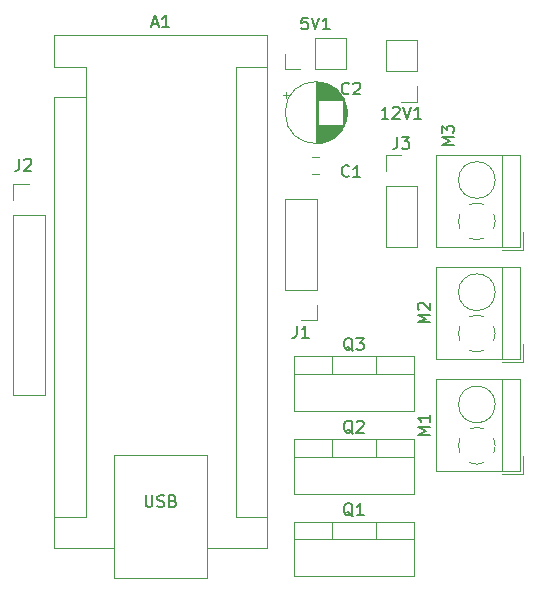
<source format=gbr>
%TF.GenerationSoftware,KiCad,Pcbnew,8.0.2*%
%TF.CreationDate,2025-02-28T20:58:28+01:00*%
%TF.ProjectId,K-Pillar,4b2d5069-6c6c-4617-922e-6b696361645f,rev?*%
%TF.SameCoordinates,Original*%
%TF.FileFunction,Legend,Top*%
%TF.FilePolarity,Positive*%
%FSLAX46Y46*%
G04 Gerber Fmt 4.6, Leading zero omitted, Abs format (unit mm)*
G04 Created by KiCad (PCBNEW 8.0.2) date 2025-02-28 20:58:28*
%MOMM*%
%LPD*%
G01*
G04 APERTURE LIST*
%ADD10C,0.150000*%
%ADD11C,0.120000*%
G04 APERTURE END LIST*
D10*
X50666666Y-46584819D02*
X50666666Y-47299104D01*
X50666666Y-47299104D02*
X50619047Y-47441961D01*
X50619047Y-47441961D02*
X50523809Y-47537200D01*
X50523809Y-47537200D02*
X50380952Y-47584819D01*
X50380952Y-47584819D02*
X50285714Y-47584819D01*
X51666666Y-47584819D02*
X51095238Y-47584819D01*
X51380952Y-47584819D02*
X51380952Y-46584819D01*
X51380952Y-46584819D02*
X51285714Y-46727676D01*
X51285714Y-46727676D02*
X51190476Y-46822914D01*
X51190476Y-46822914D02*
X51095238Y-46870533D01*
X27166666Y-32454819D02*
X27166666Y-33169104D01*
X27166666Y-33169104D02*
X27119047Y-33311961D01*
X27119047Y-33311961D02*
X27023809Y-33407200D01*
X27023809Y-33407200D02*
X26880952Y-33454819D01*
X26880952Y-33454819D02*
X26785714Y-33454819D01*
X27595238Y-32550057D02*
X27642857Y-32502438D01*
X27642857Y-32502438D02*
X27738095Y-32454819D01*
X27738095Y-32454819D02*
X27976190Y-32454819D01*
X27976190Y-32454819D02*
X28071428Y-32502438D01*
X28071428Y-32502438D02*
X28119047Y-32550057D01*
X28119047Y-32550057D02*
X28166666Y-32645295D01*
X28166666Y-32645295D02*
X28166666Y-32740533D01*
X28166666Y-32740533D02*
X28119047Y-32883390D01*
X28119047Y-32883390D02*
X27547619Y-33454819D01*
X27547619Y-33454819D02*
X28166666Y-33454819D01*
X55073333Y-33899580D02*
X55025714Y-33947200D01*
X55025714Y-33947200D02*
X54882857Y-33994819D01*
X54882857Y-33994819D02*
X54787619Y-33994819D01*
X54787619Y-33994819D02*
X54644762Y-33947200D01*
X54644762Y-33947200D02*
X54549524Y-33851961D01*
X54549524Y-33851961D02*
X54501905Y-33756723D01*
X54501905Y-33756723D02*
X54454286Y-33566247D01*
X54454286Y-33566247D02*
X54454286Y-33423390D01*
X54454286Y-33423390D02*
X54501905Y-33232914D01*
X54501905Y-33232914D02*
X54549524Y-33137676D01*
X54549524Y-33137676D02*
X54644762Y-33042438D01*
X54644762Y-33042438D02*
X54787619Y-32994819D01*
X54787619Y-32994819D02*
X54882857Y-32994819D01*
X54882857Y-32994819D02*
X55025714Y-33042438D01*
X55025714Y-33042438D02*
X55073333Y-33090057D01*
X56025714Y-33994819D02*
X55454286Y-33994819D01*
X55740000Y-33994819D02*
X55740000Y-32994819D01*
X55740000Y-32994819D02*
X55644762Y-33137676D01*
X55644762Y-33137676D02*
X55549524Y-33232914D01*
X55549524Y-33232914D02*
X55454286Y-33280533D01*
X58404761Y-29059819D02*
X57833333Y-29059819D01*
X58119047Y-29059819D02*
X58119047Y-28059819D01*
X58119047Y-28059819D02*
X58023809Y-28202676D01*
X58023809Y-28202676D02*
X57928571Y-28297914D01*
X57928571Y-28297914D02*
X57833333Y-28345533D01*
X58785714Y-28155057D02*
X58833333Y-28107438D01*
X58833333Y-28107438D02*
X58928571Y-28059819D01*
X58928571Y-28059819D02*
X59166666Y-28059819D01*
X59166666Y-28059819D02*
X59261904Y-28107438D01*
X59261904Y-28107438D02*
X59309523Y-28155057D01*
X59309523Y-28155057D02*
X59357142Y-28250295D01*
X59357142Y-28250295D02*
X59357142Y-28345533D01*
X59357142Y-28345533D02*
X59309523Y-28488390D01*
X59309523Y-28488390D02*
X58738095Y-29059819D01*
X58738095Y-29059819D02*
X59357142Y-29059819D01*
X59642857Y-28059819D02*
X59976190Y-29059819D01*
X59976190Y-29059819D02*
X60309523Y-28059819D01*
X61166666Y-29059819D02*
X60595238Y-29059819D01*
X60880952Y-29059819D02*
X60880952Y-28059819D01*
X60880952Y-28059819D02*
X60785714Y-28202676D01*
X60785714Y-28202676D02*
X60690476Y-28297914D01*
X60690476Y-28297914D02*
X60595238Y-28345533D01*
X61894819Y-55809523D02*
X60894819Y-55809523D01*
X60894819Y-55809523D02*
X61609104Y-55476190D01*
X61609104Y-55476190D02*
X60894819Y-55142857D01*
X60894819Y-55142857D02*
X61894819Y-55142857D01*
X61894819Y-54142857D02*
X61894819Y-54714285D01*
X61894819Y-54428571D02*
X60894819Y-54428571D01*
X60894819Y-54428571D02*
X61037676Y-54523809D01*
X61037676Y-54523809D02*
X61132914Y-54619047D01*
X61132914Y-54619047D02*
X61180533Y-54714285D01*
X63954819Y-31309523D02*
X62954819Y-31309523D01*
X62954819Y-31309523D02*
X63669104Y-30976190D01*
X63669104Y-30976190D02*
X62954819Y-30642857D01*
X62954819Y-30642857D02*
X63954819Y-30642857D01*
X62954819Y-30261904D02*
X62954819Y-29642857D01*
X62954819Y-29642857D02*
X63335771Y-29976190D01*
X63335771Y-29976190D02*
X63335771Y-29833333D01*
X63335771Y-29833333D02*
X63383390Y-29738095D01*
X63383390Y-29738095D02*
X63431009Y-29690476D01*
X63431009Y-29690476D02*
X63526247Y-29642857D01*
X63526247Y-29642857D02*
X63764342Y-29642857D01*
X63764342Y-29642857D02*
X63859580Y-29690476D01*
X63859580Y-29690476D02*
X63907200Y-29738095D01*
X63907200Y-29738095D02*
X63954819Y-29833333D01*
X63954819Y-29833333D02*
X63954819Y-30119047D01*
X63954819Y-30119047D02*
X63907200Y-30214285D01*
X63907200Y-30214285D02*
X63859580Y-30261904D01*
X55404761Y-55725057D02*
X55309523Y-55677438D01*
X55309523Y-55677438D02*
X55214285Y-55582200D01*
X55214285Y-55582200D02*
X55071428Y-55439342D01*
X55071428Y-55439342D02*
X54976190Y-55391723D01*
X54976190Y-55391723D02*
X54880952Y-55391723D01*
X54928571Y-55629819D02*
X54833333Y-55582200D01*
X54833333Y-55582200D02*
X54738095Y-55486961D01*
X54738095Y-55486961D02*
X54690476Y-55296485D01*
X54690476Y-55296485D02*
X54690476Y-54963152D01*
X54690476Y-54963152D02*
X54738095Y-54772676D01*
X54738095Y-54772676D02*
X54833333Y-54677438D01*
X54833333Y-54677438D02*
X54928571Y-54629819D01*
X54928571Y-54629819D02*
X55119047Y-54629819D01*
X55119047Y-54629819D02*
X55214285Y-54677438D01*
X55214285Y-54677438D02*
X55309523Y-54772676D01*
X55309523Y-54772676D02*
X55357142Y-54963152D01*
X55357142Y-54963152D02*
X55357142Y-55296485D01*
X55357142Y-55296485D02*
X55309523Y-55486961D01*
X55309523Y-55486961D02*
X55214285Y-55582200D01*
X55214285Y-55582200D02*
X55119047Y-55629819D01*
X55119047Y-55629819D02*
X54928571Y-55629819D01*
X55738095Y-54725057D02*
X55785714Y-54677438D01*
X55785714Y-54677438D02*
X55880952Y-54629819D01*
X55880952Y-54629819D02*
X56119047Y-54629819D01*
X56119047Y-54629819D02*
X56214285Y-54677438D01*
X56214285Y-54677438D02*
X56261904Y-54725057D01*
X56261904Y-54725057D02*
X56309523Y-54820295D01*
X56309523Y-54820295D02*
X56309523Y-54915533D01*
X56309523Y-54915533D02*
X56261904Y-55058390D01*
X56261904Y-55058390D02*
X55690476Y-55629819D01*
X55690476Y-55629819D02*
X56309523Y-55629819D01*
X38405714Y-21009104D02*
X38881904Y-21009104D01*
X38310476Y-21294819D02*
X38643809Y-20294819D01*
X38643809Y-20294819D02*
X38977142Y-21294819D01*
X39834285Y-21294819D02*
X39262857Y-21294819D01*
X39548571Y-21294819D02*
X39548571Y-20294819D01*
X39548571Y-20294819D02*
X39453333Y-20437676D01*
X39453333Y-20437676D02*
X39358095Y-20532914D01*
X39358095Y-20532914D02*
X39262857Y-20580533D01*
X37858095Y-60934819D02*
X37858095Y-61744342D01*
X37858095Y-61744342D02*
X37905714Y-61839580D01*
X37905714Y-61839580D02*
X37953333Y-61887200D01*
X37953333Y-61887200D02*
X38048571Y-61934819D01*
X38048571Y-61934819D02*
X38239047Y-61934819D01*
X38239047Y-61934819D02*
X38334285Y-61887200D01*
X38334285Y-61887200D02*
X38381904Y-61839580D01*
X38381904Y-61839580D02*
X38429523Y-61744342D01*
X38429523Y-61744342D02*
X38429523Y-60934819D01*
X38858095Y-61887200D02*
X39000952Y-61934819D01*
X39000952Y-61934819D02*
X39239047Y-61934819D01*
X39239047Y-61934819D02*
X39334285Y-61887200D01*
X39334285Y-61887200D02*
X39381904Y-61839580D01*
X39381904Y-61839580D02*
X39429523Y-61744342D01*
X39429523Y-61744342D02*
X39429523Y-61649104D01*
X39429523Y-61649104D02*
X39381904Y-61553866D01*
X39381904Y-61553866D02*
X39334285Y-61506247D01*
X39334285Y-61506247D02*
X39239047Y-61458628D01*
X39239047Y-61458628D02*
X39048571Y-61411009D01*
X39048571Y-61411009D02*
X38953333Y-61363390D01*
X38953333Y-61363390D02*
X38905714Y-61315771D01*
X38905714Y-61315771D02*
X38858095Y-61220533D01*
X38858095Y-61220533D02*
X38858095Y-61125295D01*
X38858095Y-61125295D02*
X38905714Y-61030057D01*
X38905714Y-61030057D02*
X38953333Y-60982438D01*
X38953333Y-60982438D02*
X39048571Y-60934819D01*
X39048571Y-60934819D02*
X39286666Y-60934819D01*
X39286666Y-60934819D02*
X39429523Y-60982438D01*
X40191428Y-61411009D02*
X40334285Y-61458628D01*
X40334285Y-61458628D02*
X40381904Y-61506247D01*
X40381904Y-61506247D02*
X40429523Y-61601485D01*
X40429523Y-61601485D02*
X40429523Y-61744342D01*
X40429523Y-61744342D02*
X40381904Y-61839580D01*
X40381904Y-61839580D02*
X40334285Y-61887200D01*
X40334285Y-61887200D02*
X40239047Y-61934819D01*
X40239047Y-61934819D02*
X39858095Y-61934819D01*
X39858095Y-61934819D02*
X39858095Y-60934819D01*
X39858095Y-60934819D02*
X40191428Y-60934819D01*
X40191428Y-60934819D02*
X40286666Y-60982438D01*
X40286666Y-60982438D02*
X40334285Y-61030057D01*
X40334285Y-61030057D02*
X40381904Y-61125295D01*
X40381904Y-61125295D02*
X40381904Y-61220533D01*
X40381904Y-61220533D02*
X40334285Y-61315771D01*
X40334285Y-61315771D02*
X40286666Y-61363390D01*
X40286666Y-61363390D02*
X40191428Y-61411009D01*
X40191428Y-61411009D02*
X39858095Y-61411009D01*
X61894819Y-46309523D02*
X60894819Y-46309523D01*
X60894819Y-46309523D02*
X61609104Y-45976190D01*
X61609104Y-45976190D02*
X60894819Y-45642857D01*
X60894819Y-45642857D02*
X61894819Y-45642857D01*
X60990057Y-45214285D02*
X60942438Y-45166666D01*
X60942438Y-45166666D02*
X60894819Y-45071428D01*
X60894819Y-45071428D02*
X60894819Y-44833333D01*
X60894819Y-44833333D02*
X60942438Y-44738095D01*
X60942438Y-44738095D02*
X60990057Y-44690476D01*
X60990057Y-44690476D02*
X61085295Y-44642857D01*
X61085295Y-44642857D02*
X61180533Y-44642857D01*
X61180533Y-44642857D02*
X61323390Y-44690476D01*
X61323390Y-44690476D02*
X61894819Y-45261904D01*
X61894819Y-45261904D02*
X61894819Y-44642857D01*
X51573333Y-20494819D02*
X51097143Y-20494819D01*
X51097143Y-20494819D02*
X51049524Y-20971009D01*
X51049524Y-20971009D02*
X51097143Y-20923390D01*
X51097143Y-20923390D02*
X51192381Y-20875771D01*
X51192381Y-20875771D02*
X51430476Y-20875771D01*
X51430476Y-20875771D02*
X51525714Y-20923390D01*
X51525714Y-20923390D02*
X51573333Y-20971009D01*
X51573333Y-20971009D02*
X51620952Y-21066247D01*
X51620952Y-21066247D02*
X51620952Y-21304342D01*
X51620952Y-21304342D02*
X51573333Y-21399580D01*
X51573333Y-21399580D02*
X51525714Y-21447200D01*
X51525714Y-21447200D02*
X51430476Y-21494819D01*
X51430476Y-21494819D02*
X51192381Y-21494819D01*
X51192381Y-21494819D02*
X51097143Y-21447200D01*
X51097143Y-21447200D02*
X51049524Y-21399580D01*
X51906667Y-20494819D02*
X52240000Y-21494819D01*
X52240000Y-21494819D02*
X52573333Y-20494819D01*
X53430476Y-21494819D02*
X52859048Y-21494819D01*
X53144762Y-21494819D02*
X53144762Y-20494819D01*
X53144762Y-20494819D02*
X53049524Y-20637676D01*
X53049524Y-20637676D02*
X52954286Y-20732914D01*
X52954286Y-20732914D02*
X52859048Y-20780533D01*
X55404761Y-48725057D02*
X55309523Y-48677438D01*
X55309523Y-48677438D02*
X55214285Y-48582200D01*
X55214285Y-48582200D02*
X55071428Y-48439342D01*
X55071428Y-48439342D02*
X54976190Y-48391723D01*
X54976190Y-48391723D02*
X54880952Y-48391723D01*
X54928571Y-48629819D02*
X54833333Y-48582200D01*
X54833333Y-48582200D02*
X54738095Y-48486961D01*
X54738095Y-48486961D02*
X54690476Y-48296485D01*
X54690476Y-48296485D02*
X54690476Y-47963152D01*
X54690476Y-47963152D02*
X54738095Y-47772676D01*
X54738095Y-47772676D02*
X54833333Y-47677438D01*
X54833333Y-47677438D02*
X54928571Y-47629819D01*
X54928571Y-47629819D02*
X55119047Y-47629819D01*
X55119047Y-47629819D02*
X55214285Y-47677438D01*
X55214285Y-47677438D02*
X55309523Y-47772676D01*
X55309523Y-47772676D02*
X55357142Y-47963152D01*
X55357142Y-47963152D02*
X55357142Y-48296485D01*
X55357142Y-48296485D02*
X55309523Y-48486961D01*
X55309523Y-48486961D02*
X55214285Y-48582200D01*
X55214285Y-48582200D02*
X55119047Y-48629819D01*
X55119047Y-48629819D02*
X54928571Y-48629819D01*
X55690476Y-47629819D02*
X56309523Y-47629819D01*
X56309523Y-47629819D02*
X55976190Y-48010771D01*
X55976190Y-48010771D02*
X56119047Y-48010771D01*
X56119047Y-48010771D02*
X56214285Y-48058390D01*
X56214285Y-48058390D02*
X56261904Y-48106009D01*
X56261904Y-48106009D02*
X56309523Y-48201247D01*
X56309523Y-48201247D02*
X56309523Y-48439342D01*
X56309523Y-48439342D02*
X56261904Y-48534580D01*
X56261904Y-48534580D02*
X56214285Y-48582200D01*
X56214285Y-48582200D02*
X56119047Y-48629819D01*
X56119047Y-48629819D02*
X55833333Y-48629819D01*
X55833333Y-48629819D02*
X55738095Y-48582200D01*
X55738095Y-48582200D02*
X55690476Y-48534580D01*
X55404761Y-62725057D02*
X55309523Y-62677438D01*
X55309523Y-62677438D02*
X55214285Y-62582200D01*
X55214285Y-62582200D02*
X55071428Y-62439342D01*
X55071428Y-62439342D02*
X54976190Y-62391723D01*
X54976190Y-62391723D02*
X54880952Y-62391723D01*
X54928571Y-62629819D02*
X54833333Y-62582200D01*
X54833333Y-62582200D02*
X54738095Y-62486961D01*
X54738095Y-62486961D02*
X54690476Y-62296485D01*
X54690476Y-62296485D02*
X54690476Y-61963152D01*
X54690476Y-61963152D02*
X54738095Y-61772676D01*
X54738095Y-61772676D02*
X54833333Y-61677438D01*
X54833333Y-61677438D02*
X54928571Y-61629819D01*
X54928571Y-61629819D02*
X55119047Y-61629819D01*
X55119047Y-61629819D02*
X55214285Y-61677438D01*
X55214285Y-61677438D02*
X55309523Y-61772676D01*
X55309523Y-61772676D02*
X55357142Y-61963152D01*
X55357142Y-61963152D02*
X55357142Y-62296485D01*
X55357142Y-62296485D02*
X55309523Y-62486961D01*
X55309523Y-62486961D02*
X55214285Y-62582200D01*
X55214285Y-62582200D02*
X55119047Y-62629819D01*
X55119047Y-62629819D02*
X54928571Y-62629819D01*
X56309523Y-62629819D02*
X55738095Y-62629819D01*
X56023809Y-62629819D02*
X56023809Y-61629819D01*
X56023809Y-61629819D02*
X55928571Y-61772676D01*
X55928571Y-61772676D02*
X55833333Y-61867914D01*
X55833333Y-61867914D02*
X55738095Y-61915533D01*
X59166666Y-30599819D02*
X59166666Y-31314104D01*
X59166666Y-31314104D02*
X59119047Y-31456961D01*
X59119047Y-31456961D02*
X59023809Y-31552200D01*
X59023809Y-31552200D02*
X58880952Y-31599819D01*
X58880952Y-31599819D02*
X58785714Y-31599819D01*
X59547619Y-30599819D02*
X60166666Y-30599819D01*
X60166666Y-30599819D02*
X59833333Y-30980771D01*
X59833333Y-30980771D02*
X59976190Y-30980771D01*
X59976190Y-30980771D02*
X60071428Y-31028390D01*
X60071428Y-31028390D02*
X60119047Y-31076009D01*
X60119047Y-31076009D02*
X60166666Y-31171247D01*
X60166666Y-31171247D02*
X60166666Y-31409342D01*
X60166666Y-31409342D02*
X60119047Y-31504580D01*
X60119047Y-31504580D02*
X60071428Y-31552200D01*
X60071428Y-31552200D02*
X59976190Y-31599819D01*
X59976190Y-31599819D02*
X59690476Y-31599819D01*
X59690476Y-31599819D02*
X59595238Y-31552200D01*
X59595238Y-31552200D02*
X59547619Y-31504580D01*
X55073333Y-26899580D02*
X55025714Y-26947200D01*
X55025714Y-26947200D02*
X54882857Y-26994819D01*
X54882857Y-26994819D02*
X54787619Y-26994819D01*
X54787619Y-26994819D02*
X54644762Y-26947200D01*
X54644762Y-26947200D02*
X54549524Y-26851961D01*
X54549524Y-26851961D02*
X54501905Y-26756723D01*
X54501905Y-26756723D02*
X54454286Y-26566247D01*
X54454286Y-26566247D02*
X54454286Y-26423390D01*
X54454286Y-26423390D02*
X54501905Y-26232914D01*
X54501905Y-26232914D02*
X54549524Y-26137676D01*
X54549524Y-26137676D02*
X54644762Y-26042438D01*
X54644762Y-26042438D02*
X54787619Y-25994819D01*
X54787619Y-25994819D02*
X54882857Y-25994819D01*
X54882857Y-25994819D02*
X55025714Y-26042438D01*
X55025714Y-26042438D02*
X55073333Y-26090057D01*
X55454286Y-26090057D02*
X55501905Y-26042438D01*
X55501905Y-26042438D02*
X55597143Y-25994819D01*
X55597143Y-25994819D02*
X55835238Y-25994819D01*
X55835238Y-25994819D02*
X55930476Y-26042438D01*
X55930476Y-26042438D02*
X55978095Y-26090057D01*
X55978095Y-26090057D02*
X56025714Y-26185295D01*
X56025714Y-26185295D02*
X56025714Y-26280533D01*
X56025714Y-26280533D02*
X55978095Y-26423390D01*
X55978095Y-26423390D02*
X55406667Y-26994819D01*
X55406667Y-26994819D02*
X56025714Y-26994819D01*
D11*
%TO.C,J1*%
X49670000Y-43530000D02*
X49670000Y-35850000D01*
X52330000Y-35850000D02*
X49670000Y-35850000D01*
X52330000Y-43530000D02*
X49670000Y-43530000D01*
X52330000Y-43530000D02*
X52330000Y-35850000D01*
X52330000Y-44800000D02*
X52330000Y-46130000D01*
X52330000Y-46130000D02*
X51000000Y-46130000D01*
%TO.C,J2*%
X26670000Y-34590000D02*
X28000000Y-34590000D01*
X26670000Y-35920000D02*
X26670000Y-34590000D01*
X26670000Y-37190000D02*
X26670000Y-52490000D01*
X26670000Y-37190000D02*
X29330000Y-37190000D01*
X26670000Y-52490000D02*
X29330000Y-52490000D01*
X29330000Y-37190000D02*
X29330000Y-52490000D01*
%TO.C,C1*%
X52501252Y-32305000D02*
X51978748Y-32305000D01*
X52501252Y-33775000D02*
X51978748Y-33775000D01*
%TO.C,12V1*%
X58170000Y-25005000D02*
X58170000Y-22405000D01*
X60830000Y-22405000D02*
X58170000Y-22405000D01*
X60830000Y-25005000D02*
X58170000Y-25005000D01*
X60830000Y-25005000D02*
X60830000Y-22405000D01*
X60830000Y-26275000D02*
X60830000Y-27605000D01*
X60830000Y-27605000D02*
X59500000Y-27605000D01*
%TO.C,M1*%
X62440000Y-51090000D02*
X69560000Y-51090000D01*
X62440000Y-58910000D02*
X62440000Y-51090000D01*
X62440000Y-58910000D02*
X69560000Y-58910000D01*
X68000000Y-58910000D02*
X68000000Y-51090000D01*
X68060000Y-59150000D02*
X69800000Y-59150000D01*
X69560000Y-58910000D02*
X69560000Y-51090000D01*
X69800000Y-59150000D02*
X69800000Y-57650000D01*
X64467891Y-57357742D02*
G75*
G02*
X64468000Y-56142000I1432109J607742D01*
G01*
X65292258Y-55317891D02*
G75*
G02*
X66508000Y-55318000I607743J-1432112D01*
G01*
X66507742Y-58182109D02*
G75*
G02*
X65292000Y-58182000I-607742J1432109D01*
G01*
X67331385Y-56142413D02*
G75*
G02*
X67455000Y-56750000I-1431385J-607587D01*
G01*
X67455493Y-56722989D02*
G75*
G02*
X67332000Y-57358000I-1555481J-27013D01*
G01*
X67455000Y-53250000D02*
G75*
G02*
X64345000Y-53250000I-1555000J0D01*
G01*
X64345000Y-53250000D02*
G75*
G02*
X67455000Y-53250000I1555000J0D01*
G01*
%TO.C,M3*%
X62440000Y-32090000D02*
X69560000Y-32090000D01*
X62440000Y-39910000D02*
X62440000Y-32090000D01*
X62440000Y-39910000D02*
X69560000Y-39910000D01*
X68000000Y-39910000D02*
X68000000Y-32090000D01*
X68060000Y-40150000D02*
X69800000Y-40150000D01*
X69560000Y-39910000D02*
X69560000Y-32090000D01*
X69800000Y-40150000D02*
X69800000Y-38650000D01*
X64467891Y-38357742D02*
G75*
G02*
X64468000Y-37142000I1432109J607742D01*
G01*
X65292258Y-36317891D02*
G75*
G02*
X66508000Y-36318000I607743J-1432112D01*
G01*
X66507742Y-39182109D02*
G75*
G02*
X65292000Y-39182000I-607742J1432109D01*
G01*
X67331385Y-37142413D02*
G75*
G02*
X67455000Y-37750000I-1431385J-607587D01*
G01*
X67455493Y-37722989D02*
G75*
G02*
X67332000Y-38358000I-1555481J-27013D01*
G01*
X67455000Y-34250000D02*
G75*
G02*
X64345000Y-34250000I-1555000J0D01*
G01*
X64345000Y-34250000D02*
G75*
G02*
X67455000Y-34250000I1555000J0D01*
G01*
%TO.C,Q2*%
X50380000Y-56175000D02*
X50380000Y-60816000D01*
X50380000Y-56175000D02*
X60620000Y-56175000D01*
X50380000Y-57685000D02*
X60620000Y-57685000D01*
X50380000Y-60816000D02*
X60620000Y-60816000D01*
X53650000Y-56175000D02*
X53650000Y-57685000D01*
X57351000Y-56175000D02*
X57351000Y-57685000D01*
X60620000Y-56175000D02*
X60620000Y-60816000D01*
%TO.C,A1*%
X30100000Y-21980000D02*
X30100000Y-24650000D01*
X30100000Y-27190000D02*
X30100000Y-65420000D01*
X30100000Y-65420000D02*
X35180000Y-65420000D01*
X32770000Y-24650000D02*
X30100000Y-24650000D01*
X32770000Y-27190000D02*
X30100000Y-27190000D01*
X32770000Y-27190000D02*
X32770000Y-24650000D01*
X32770000Y-27190000D02*
X32770000Y-62750000D01*
X32770000Y-62750000D02*
X30100000Y-62750000D01*
X35180000Y-57540000D02*
X43060000Y-57540000D01*
X35180000Y-67960000D02*
X35180000Y-57540000D01*
X43060000Y-57540000D02*
X43060000Y-67960000D01*
X43060000Y-67960000D02*
X35180000Y-67960000D01*
X45470000Y-24650000D02*
X45470000Y-62750000D01*
X45470000Y-24650000D02*
X48140000Y-24650000D01*
X45470000Y-62750000D02*
X48140000Y-62750000D01*
X48140000Y-21980000D02*
X30100000Y-21980000D01*
X48140000Y-65420000D02*
X43060000Y-65420000D01*
X48140000Y-65420000D02*
X48140000Y-21980000D01*
%TO.C,M2*%
X62440000Y-41590000D02*
X69560000Y-41590000D01*
X62440000Y-49410000D02*
X62440000Y-41590000D01*
X62440000Y-49410000D02*
X69560000Y-49410000D01*
X68000000Y-49410000D02*
X68000000Y-41590000D01*
X68060000Y-49650000D02*
X69800000Y-49650000D01*
X69560000Y-49410000D02*
X69560000Y-41590000D01*
X69800000Y-49650000D02*
X69800000Y-48150000D01*
X64467891Y-47857742D02*
G75*
G02*
X64468000Y-46642000I1432109J607742D01*
G01*
X65292258Y-45817891D02*
G75*
G02*
X66508000Y-45818000I607743J-1432112D01*
G01*
X66507742Y-48682109D02*
G75*
G02*
X65292000Y-48682000I-607742J1432109D01*
G01*
X67331385Y-46642413D02*
G75*
G02*
X67455000Y-47250000I-1431385J-607587D01*
G01*
X67455493Y-47222989D02*
G75*
G02*
X67332000Y-47858000I-1555481J-27013D01*
G01*
X67455000Y-43750000D02*
G75*
G02*
X64345000Y-43750000I-1555000J0D01*
G01*
X64345000Y-43750000D02*
G75*
G02*
X67455000Y-43750000I1555000J0D01*
G01*
%TO.C,5V1*%
X49635000Y-24870000D02*
X49635000Y-23540000D01*
X50965000Y-24870000D02*
X49635000Y-24870000D01*
X52235000Y-22210000D02*
X54835000Y-22210000D01*
X52235000Y-24870000D02*
X52235000Y-22210000D01*
X52235000Y-24870000D02*
X54835000Y-24870000D01*
X54835000Y-24870000D02*
X54835000Y-22210000D01*
%TO.C,Q3*%
X50380000Y-49175000D02*
X50380000Y-53816000D01*
X50380000Y-49175000D02*
X60620000Y-49175000D01*
X50380000Y-50685000D02*
X60620000Y-50685000D01*
X50380000Y-53816000D02*
X60620000Y-53816000D01*
X53650000Y-49175000D02*
X53650000Y-50685000D01*
X57351000Y-49175000D02*
X57351000Y-50685000D01*
X60620000Y-49175000D02*
X60620000Y-53816000D01*
%TO.C,Q1*%
X50380000Y-63175000D02*
X50380000Y-67816000D01*
X50380000Y-63175000D02*
X60620000Y-63175000D01*
X50380000Y-64685000D02*
X60620000Y-64685000D01*
X50380000Y-67816000D02*
X60620000Y-67816000D01*
X53650000Y-63175000D02*
X53650000Y-64685000D01*
X57351000Y-63175000D02*
X57351000Y-64685000D01*
X60620000Y-63175000D02*
X60620000Y-67816000D01*
%TO.C,J3*%
X58170000Y-32145000D02*
X59500000Y-32145000D01*
X58170000Y-33475000D02*
X58170000Y-32145000D01*
X58170000Y-34745000D02*
X58170000Y-39885000D01*
X58170000Y-34745000D02*
X60830000Y-34745000D01*
X58170000Y-39885000D02*
X60830000Y-39885000D01*
X60830000Y-34745000D02*
X60830000Y-39885000D01*
%TO.C,C2*%
X49480113Y-27065000D02*
X49980113Y-27065000D01*
X49730113Y-26815000D02*
X49730113Y-27315000D01*
X52284888Y-25960000D02*
X52284888Y-31120000D01*
X52324888Y-25960000D02*
X52324888Y-31120000D01*
X52364888Y-25961000D02*
X52364888Y-31119000D01*
X52404888Y-25962000D02*
X52404888Y-31118000D01*
X52444888Y-25964000D02*
X52444888Y-31116000D01*
X52484888Y-25967000D02*
X52484888Y-31113000D01*
X52524888Y-25971000D02*
X52524888Y-27500000D01*
X52524888Y-29580000D02*
X52524888Y-31109000D01*
X52564888Y-25975000D02*
X52564888Y-27500000D01*
X52564888Y-29580000D02*
X52564888Y-31105000D01*
X52604888Y-25979000D02*
X52604888Y-27500000D01*
X52604888Y-29580000D02*
X52604888Y-31101000D01*
X52644888Y-25984000D02*
X52644888Y-27500000D01*
X52644888Y-29580000D02*
X52644888Y-31096000D01*
X52684888Y-25990000D02*
X52684888Y-27500000D01*
X52684888Y-29580000D02*
X52684888Y-31090000D01*
X52724888Y-25997000D02*
X52724888Y-27500000D01*
X52724888Y-29580000D02*
X52724888Y-31083000D01*
X52764888Y-26004000D02*
X52764888Y-27500000D01*
X52764888Y-29580000D02*
X52764888Y-31076000D01*
X52804888Y-26012000D02*
X52804888Y-27500000D01*
X52804888Y-29580000D02*
X52804888Y-31068000D01*
X52844888Y-26020000D02*
X52844888Y-27500000D01*
X52844888Y-29580000D02*
X52844888Y-31060000D01*
X52884888Y-26029000D02*
X52884888Y-27500000D01*
X52884888Y-29580000D02*
X52884888Y-31051000D01*
X52924888Y-26039000D02*
X52924888Y-27500000D01*
X52924888Y-29580000D02*
X52924888Y-31041000D01*
X52964888Y-26049000D02*
X52964888Y-27500000D01*
X52964888Y-29580000D02*
X52964888Y-31031000D01*
X53005888Y-26060000D02*
X53005888Y-27500000D01*
X53005888Y-29580000D02*
X53005888Y-31020000D01*
X53045888Y-26072000D02*
X53045888Y-27500000D01*
X53045888Y-29580000D02*
X53045888Y-31008000D01*
X53085888Y-26085000D02*
X53085888Y-27500000D01*
X53085888Y-29580000D02*
X53085888Y-30995000D01*
X53125888Y-26098000D02*
X53125888Y-27500000D01*
X53125888Y-29580000D02*
X53125888Y-30982000D01*
X53165888Y-26112000D02*
X53165888Y-27500000D01*
X53165888Y-29580000D02*
X53165888Y-30968000D01*
X53205888Y-26126000D02*
X53205888Y-27500000D01*
X53205888Y-29580000D02*
X53205888Y-30954000D01*
X53245888Y-26142000D02*
X53245888Y-27500000D01*
X53245888Y-29580000D02*
X53245888Y-30938000D01*
X53285888Y-26158000D02*
X53285888Y-27500000D01*
X53285888Y-29580000D02*
X53285888Y-30922000D01*
X53325888Y-26175000D02*
X53325888Y-27500000D01*
X53325888Y-29580000D02*
X53325888Y-30905000D01*
X53365888Y-26192000D02*
X53365888Y-27500000D01*
X53365888Y-29580000D02*
X53365888Y-30888000D01*
X53405888Y-26211000D02*
X53405888Y-27500000D01*
X53405888Y-29580000D02*
X53405888Y-30869000D01*
X53445888Y-26230000D02*
X53445888Y-27500000D01*
X53445888Y-29580000D02*
X53445888Y-30850000D01*
X53485888Y-26250000D02*
X53485888Y-27500000D01*
X53485888Y-29580000D02*
X53485888Y-30830000D01*
X53525888Y-26272000D02*
X53525888Y-27500000D01*
X53525888Y-29580000D02*
X53525888Y-30808000D01*
X53565888Y-26293000D02*
X53565888Y-27500000D01*
X53565888Y-29580000D02*
X53565888Y-30787000D01*
X53605888Y-26316000D02*
X53605888Y-27500000D01*
X53605888Y-29580000D02*
X53605888Y-30764000D01*
X53645888Y-26340000D02*
X53645888Y-27500000D01*
X53645888Y-29580000D02*
X53645888Y-30740000D01*
X53685888Y-26365000D02*
X53685888Y-27500000D01*
X53685888Y-29580000D02*
X53685888Y-30715000D01*
X53725888Y-26391000D02*
X53725888Y-27500000D01*
X53725888Y-29580000D02*
X53725888Y-30689000D01*
X53765888Y-26418000D02*
X53765888Y-27500000D01*
X53765888Y-29580000D02*
X53765888Y-30662000D01*
X53805888Y-26445000D02*
X53805888Y-27500000D01*
X53805888Y-29580000D02*
X53805888Y-30635000D01*
X53845888Y-26475000D02*
X53845888Y-27500000D01*
X53845888Y-29580000D02*
X53845888Y-30605000D01*
X53885888Y-26505000D02*
X53885888Y-27500000D01*
X53885888Y-29580000D02*
X53885888Y-30575000D01*
X53925888Y-26536000D02*
X53925888Y-27500000D01*
X53925888Y-29580000D02*
X53925888Y-30544000D01*
X53965888Y-26569000D02*
X53965888Y-27500000D01*
X53965888Y-29580000D02*
X53965888Y-30511000D01*
X54005888Y-26603000D02*
X54005888Y-27500000D01*
X54005888Y-29580000D02*
X54005888Y-30477000D01*
X54045888Y-26639000D02*
X54045888Y-27500000D01*
X54045888Y-29580000D02*
X54045888Y-30441000D01*
X54085888Y-26676000D02*
X54085888Y-27500000D01*
X54085888Y-29580000D02*
X54085888Y-30404000D01*
X54125888Y-26714000D02*
X54125888Y-27500000D01*
X54125888Y-29580000D02*
X54125888Y-30366000D01*
X54165888Y-26755000D02*
X54165888Y-27500000D01*
X54165888Y-29580000D02*
X54165888Y-30325000D01*
X54205888Y-26797000D02*
X54205888Y-27500000D01*
X54205888Y-29580000D02*
X54205888Y-30283000D01*
X54245888Y-26841000D02*
X54245888Y-27500000D01*
X54245888Y-29580000D02*
X54245888Y-30239000D01*
X54285888Y-26887000D02*
X54285888Y-27500000D01*
X54285888Y-29580000D02*
X54285888Y-30193000D01*
X54325888Y-26935000D02*
X54325888Y-27500000D01*
X54325888Y-29580000D02*
X54325888Y-30145000D01*
X54365888Y-26986000D02*
X54365888Y-27500000D01*
X54365888Y-29580000D02*
X54365888Y-30094000D01*
X54405888Y-27040000D02*
X54405888Y-27500000D01*
X54405888Y-29580000D02*
X54405888Y-30040000D01*
X54445888Y-27097000D02*
X54445888Y-27500000D01*
X54445888Y-29580000D02*
X54445888Y-29983000D01*
X54485888Y-27157000D02*
X54485888Y-27500000D01*
X54485888Y-29580000D02*
X54485888Y-29923000D01*
X54525888Y-27221000D02*
X54525888Y-27500000D01*
X54525888Y-29580000D02*
X54525888Y-29859000D01*
X54565888Y-27289000D02*
X54565888Y-27500000D01*
X54565888Y-29580000D02*
X54565888Y-29791000D01*
X54605888Y-27362000D02*
X54605888Y-29718000D01*
X54645888Y-27442000D02*
X54645888Y-29638000D01*
X54685888Y-27529000D02*
X54685888Y-29551000D01*
X54725888Y-27625000D02*
X54725888Y-29455000D01*
X54765888Y-27735000D02*
X54765888Y-29345000D01*
X54805888Y-27863000D02*
X54805888Y-29217000D01*
X54845888Y-28022000D02*
X54845888Y-29058000D01*
X54885888Y-28256000D02*
X54885888Y-28824000D01*
X54904888Y-28540000D02*
G75*
G02*
X49664888Y-28540000I-2620000J0D01*
G01*
X49664888Y-28540000D02*
G75*
G02*
X54904888Y-28540000I2620000J0D01*
G01*
%TD*%
M02*

</source>
